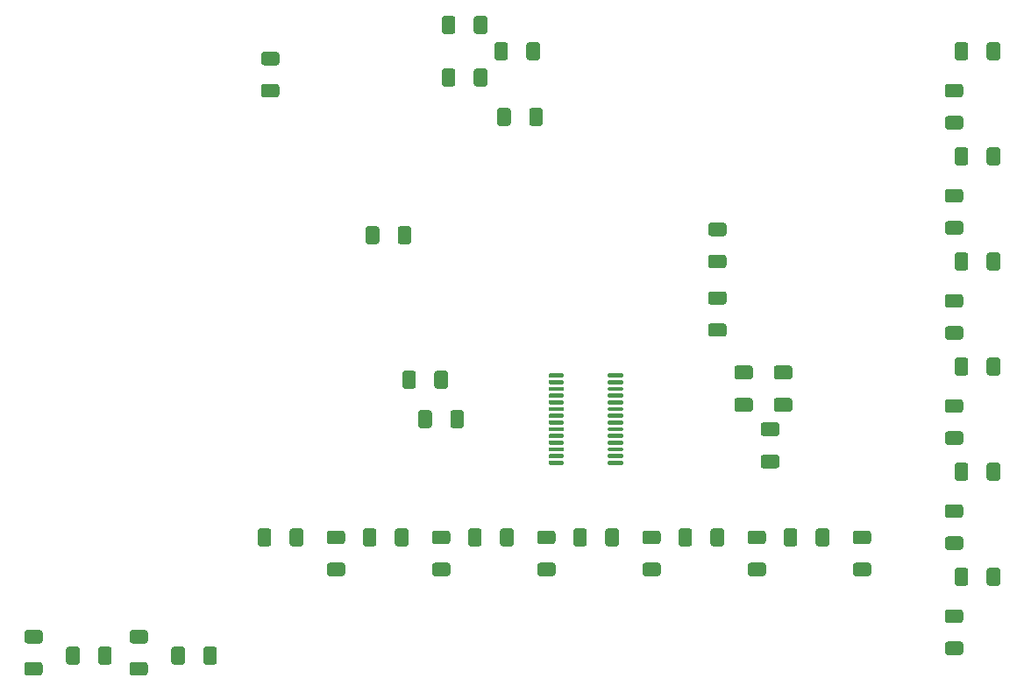
<source format=gtp>
G04 #@! TF.GenerationSoftware,KiCad,Pcbnew,(5.1.10)-1*
G04 #@! TF.CreationDate,2021-12-15T20:43:13+01:00*
G04 #@! TF.ProjectId,main_board,6d61696e-5f62-46f6-9172-642e6b696361,rev?*
G04 #@! TF.SameCoordinates,Original*
G04 #@! TF.FileFunction,Paste,Top*
G04 #@! TF.FilePolarity,Positive*
%FSLAX46Y46*%
G04 Gerber Fmt 4.6, Leading zero omitted, Abs format (unit mm)*
G04 Created by KiCad (PCBNEW (5.1.10)-1) date 2021-12-15 20:43:13*
%MOMM*%
%LPD*%
G01*
G04 APERTURE LIST*
G04 APERTURE END LIST*
G36*
G01*
X131455000Y-52970000D02*
X132705000Y-52970000D01*
G75*
G02*
X132955000Y-53220000I0J-250000D01*
G01*
X132955000Y-54020000D01*
G75*
G02*
X132705000Y-54270000I-250000J0D01*
G01*
X131455000Y-54270000D01*
G75*
G02*
X131205000Y-54020000I0J250000D01*
G01*
X131205000Y-53220000D01*
G75*
G02*
X131455000Y-52970000I250000J0D01*
G01*
G37*
G36*
G01*
X131455000Y-49870000D02*
X132705000Y-49870000D01*
G75*
G02*
X132955000Y-50120000I0J-250000D01*
G01*
X132955000Y-50920000D01*
G75*
G02*
X132705000Y-51170000I-250000J0D01*
G01*
X131455000Y-51170000D01*
G75*
G02*
X131205000Y-50920000I0J250000D01*
G01*
X131205000Y-50120000D01*
G75*
G02*
X131455000Y-49870000I250000J0D01*
G01*
G37*
G36*
G01*
X89525000Y-28030000D02*
X88275000Y-28030000D01*
G75*
G02*
X88025000Y-27780000I0J250000D01*
G01*
X88025000Y-26980000D01*
G75*
G02*
X88275000Y-26730000I250000J0D01*
G01*
X89525000Y-26730000D01*
G75*
G02*
X89775000Y-26980000I0J-250000D01*
G01*
X89775000Y-27780000D01*
G75*
G02*
X89525000Y-28030000I-250000J0D01*
G01*
G37*
G36*
G01*
X89525000Y-31130000D02*
X88275000Y-31130000D01*
G75*
G02*
X88025000Y-30880000I0J250000D01*
G01*
X88025000Y-30080000D01*
G75*
G02*
X88275000Y-29830000I250000J0D01*
G01*
X89525000Y-29830000D01*
G75*
G02*
X89775000Y-30080000I0J-250000D01*
G01*
X89775000Y-30880000D01*
G75*
G02*
X89525000Y-31130000I-250000J0D01*
G01*
G37*
G36*
G01*
X135270001Y-58382500D02*
X133969999Y-58382500D01*
G75*
G02*
X133720000Y-58132501I0J249999D01*
G01*
X133720000Y-57307499D01*
G75*
G02*
X133969999Y-57057500I249999J0D01*
G01*
X135270001Y-57057500D01*
G75*
G02*
X135520000Y-57307499I0J-249999D01*
G01*
X135520000Y-58132501D01*
G75*
G02*
X135270001Y-58382500I-249999J0D01*
G01*
G37*
G36*
G01*
X135270001Y-61507500D02*
X133969999Y-61507500D01*
G75*
G02*
X133720000Y-61257501I0J249999D01*
G01*
X133720000Y-60432499D01*
G75*
G02*
X133969999Y-60182500I249999J0D01*
G01*
X135270001Y-60182500D01*
G75*
G02*
X135520000Y-60432499I0J-249999D01*
G01*
X135520000Y-61257501D01*
G75*
G02*
X135270001Y-61507500I-249999J0D01*
G01*
G37*
G36*
G01*
X139080001Y-58382500D02*
X137779999Y-58382500D01*
G75*
G02*
X137530000Y-58132501I0J249999D01*
G01*
X137530000Y-57307499D01*
G75*
G02*
X137779999Y-57057500I249999J0D01*
G01*
X139080001Y-57057500D01*
G75*
G02*
X139330000Y-57307499I0J-249999D01*
G01*
X139330000Y-58132501D01*
G75*
G02*
X139080001Y-58382500I-249999J0D01*
G01*
G37*
G36*
G01*
X139080001Y-61507500D02*
X137779999Y-61507500D01*
G75*
G02*
X137530000Y-61257501I0J249999D01*
G01*
X137530000Y-60432499D01*
G75*
G02*
X137779999Y-60182500I249999J0D01*
G01*
X139080001Y-60182500D01*
G75*
G02*
X139330000Y-60432499I0J-249999D01*
G01*
X139330000Y-61257501D01*
G75*
G02*
X139080001Y-61507500I-249999J0D01*
G01*
G37*
G36*
G01*
X137810001Y-63870000D02*
X136509999Y-63870000D01*
G75*
G02*
X136260000Y-63620001I0J249999D01*
G01*
X136260000Y-62794999D01*
G75*
G02*
X136509999Y-62545000I249999J0D01*
G01*
X137810001Y-62545000D01*
G75*
G02*
X138060000Y-62794999I0J-249999D01*
G01*
X138060000Y-63620001D01*
G75*
G02*
X137810001Y-63870000I-249999J0D01*
G01*
G37*
G36*
G01*
X137810001Y-66995000D02*
X136509999Y-66995000D01*
G75*
G02*
X136260000Y-66745001I0J249999D01*
G01*
X136260000Y-65919999D01*
G75*
G02*
X136509999Y-65670000I249999J0D01*
G01*
X137810001Y-65670000D01*
G75*
G02*
X138060000Y-65919999I0J-249999D01*
G01*
X138060000Y-66745001D01*
G75*
G02*
X137810001Y-66995000I-249999J0D01*
G01*
G37*
G36*
G01*
X117255000Y-66355000D02*
X117255000Y-66555000D01*
G75*
G02*
X117155000Y-66655000I-100000J0D01*
G01*
X115880000Y-66655000D01*
G75*
G02*
X115780000Y-66555000I0J100000D01*
G01*
X115780000Y-66355000D01*
G75*
G02*
X115880000Y-66255000I100000J0D01*
G01*
X117155000Y-66255000D01*
G75*
G02*
X117255000Y-66355000I0J-100000D01*
G01*
G37*
G36*
G01*
X117255000Y-65705000D02*
X117255000Y-65905000D01*
G75*
G02*
X117155000Y-66005000I-100000J0D01*
G01*
X115880000Y-66005000D01*
G75*
G02*
X115780000Y-65905000I0J100000D01*
G01*
X115780000Y-65705000D01*
G75*
G02*
X115880000Y-65605000I100000J0D01*
G01*
X117155000Y-65605000D01*
G75*
G02*
X117255000Y-65705000I0J-100000D01*
G01*
G37*
G36*
G01*
X117255000Y-65055000D02*
X117255000Y-65255000D01*
G75*
G02*
X117155000Y-65355000I-100000J0D01*
G01*
X115880000Y-65355000D01*
G75*
G02*
X115780000Y-65255000I0J100000D01*
G01*
X115780000Y-65055000D01*
G75*
G02*
X115880000Y-64955000I100000J0D01*
G01*
X117155000Y-64955000D01*
G75*
G02*
X117255000Y-65055000I0J-100000D01*
G01*
G37*
G36*
G01*
X117255000Y-64405000D02*
X117255000Y-64605000D01*
G75*
G02*
X117155000Y-64705000I-100000J0D01*
G01*
X115880000Y-64705000D01*
G75*
G02*
X115780000Y-64605000I0J100000D01*
G01*
X115780000Y-64405000D01*
G75*
G02*
X115880000Y-64305000I100000J0D01*
G01*
X117155000Y-64305000D01*
G75*
G02*
X117255000Y-64405000I0J-100000D01*
G01*
G37*
G36*
G01*
X117255000Y-63755000D02*
X117255000Y-63955000D01*
G75*
G02*
X117155000Y-64055000I-100000J0D01*
G01*
X115880000Y-64055000D01*
G75*
G02*
X115780000Y-63955000I0J100000D01*
G01*
X115780000Y-63755000D01*
G75*
G02*
X115880000Y-63655000I100000J0D01*
G01*
X117155000Y-63655000D01*
G75*
G02*
X117255000Y-63755000I0J-100000D01*
G01*
G37*
G36*
G01*
X117255000Y-63105000D02*
X117255000Y-63305000D01*
G75*
G02*
X117155000Y-63405000I-100000J0D01*
G01*
X115880000Y-63405000D01*
G75*
G02*
X115780000Y-63305000I0J100000D01*
G01*
X115780000Y-63105000D01*
G75*
G02*
X115880000Y-63005000I100000J0D01*
G01*
X117155000Y-63005000D01*
G75*
G02*
X117255000Y-63105000I0J-100000D01*
G01*
G37*
G36*
G01*
X117255000Y-62455000D02*
X117255000Y-62655000D01*
G75*
G02*
X117155000Y-62755000I-100000J0D01*
G01*
X115880000Y-62755000D01*
G75*
G02*
X115780000Y-62655000I0J100000D01*
G01*
X115780000Y-62455000D01*
G75*
G02*
X115880000Y-62355000I100000J0D01*
G01*
X117155000Y-62355000D01*
G75*
G02*
X117255000Y-62455000I0J-100000D01*
G01*
G37*
G36*
G01*
X117255000Y-61805000D02*
X117255000Y-62005000D01*
G75*
G02*
X117155000Y-62105000I-100000J0D01*
G01*
X115880000Y-62105000D01*
G75*
G02*
X115780000Y-62005000I0J100000D01*
G01*
X115780000Y-61805000D01*
G75*
G02*
X115880000Y-61705000I100000J0D01*
G01*
X117155000Y-61705000D01*
G75*
G02*
X117255000Y-61805000I0J-100000D01*
G01*
G37*
G36*
G01*
X117255000Y-61155000D02*
X117255000Y-61355000D01*
G75*
G02*
X117155000Y-61455000I-100000J0D01*
G01*
X115880000Y-61455000D01*
G75*
G02*
X115780000Y-61355000I0J100000D01*
G01*
X115780000Y-61155000D01*
G75*
G02*
X115880000Y-61055000I100000J0D01*
G01*
X117155000Y-61055000D01*
G75*
G02*
X117255000Y-61155000I0J-100000D01*
G01*
G37*
G36*
G01*
X117255000Y-60505000D02*
X117255000Y-60705000D01*
G75*
G02*
X117155000Y-60805000I-100000J0D01*
G01*
X115880000Y-60805000D01*
G75*
G02*
X115780000Y-60705000I0J100000D01*
G01*
X115780000Y-60505000D01*
G75*
G02*
X115880000Y-60405000I100000J0D01*
G01*
X117155000Y-60405000D01*
G75*
G02*
X117255000Y-60505000I0J-100000D01*
G01*
G37*
G36*
G01*
X117255000Y-59855000D02*
X117255000Y-60055000D01*
G75*
G02*
X117155000Y-60155000I-100000J0D01*
G01*
X115880000Y-60155000D01*
G75*
G02*
X115780000Y-60055000I0J100000D01*
G01*
X115780000Y-59855000D01*
G75*
G02*
X115880000Y-59755000I100000J0D01*
G01*
X117155000Y-59755000D01*
G75*
G02*
X117255000Y-59855000I0J-100000D01*
G01*
G37*
G36*
G01*
X117255000Y-59205000D02*
X117255000Y-59405000D01*
G75*
G02*
X117155000Y-59505000I-100000J0D01*
G01*
X115880000Y-59505000D01*
G75*
G02*
X115780000Y-59405000I0J100000D01*
G01*
X115780000Y-59205000D01*
G75*
G02*
X115880000Y-59105000I100000J0D01*
G01*
X117155000Y-59105000D01*
G75*
G02*
X117255000Y-59205000I0J-100000D01*
G01*
G37*
G36*
G01*
X117255000Y-58555000D02*
X117255000Y-58755000D01*
G75*
G02*
X117155000Y-58855000I-100000J0D01*
G01*
X115880000Y-58855000D01*
G75*
G02*
X115780000Y-58755000I0J100000D01*
G01*
X115780000Y-58555000D01*
G75*
G02*
X115880000Y-58455000I100000J0D01*
G01*
X117155000Y-58455000D01*
G75*
G02*
X117255000Y-58555000I0J-100000D01*
G01*
G37*
G36*
G01*
X117255000Y-57905000D02*
X117255000Y-58105000D01*
G75*
G02*
X117155000Y-58205000I-100000J0D01*
G01*
X115880000Y-58205000D01*
G75*
G02*
X115780000Y-58105000I0J100000D01*
G01*
X115780000Y-57905000D01*
G75*
G02*
X115880000Y-57805000I100000J0D01*
G01*
X117155000Y-57805000D01*
G75*
G02*
X117255000Y-57905000I0J-100000D01*
G01*
G37*
G36*
G01*
X122980000Y-57905000D02*
X122980000Y-58105000D01*
G75*
G02*
X122880000Y-58205000I-100000J0D01*
G01*
X121605000Y-58205000D01*
G75*
G02*
X121505000Y-58105000I0J100000D01*
G01*
X121505000Y-57905000D01*
G75*
G02*
X121605000Y-57805000I100000J0D01*
G01*
X122880000Y-57805000D01*
G75*
G02*
X122980000Y-57905000I0J-100000D01*
G01*
G37*
G36*
G01*
X122980000Y-58555000D02*
X122980000Y-58755000D01*
G75*
G02*
X122880000Y-58855000I-100000J0D01*
G01*
X121605000Y-58855000D01*
G75*
G02*
X121505000Y-58755000I0J100000D01*
G01*
X121505000Y-58555000D01*
G75*
G02*
X121605000Y-58455000I100000J0D01*
G01*
X122880000Y-58455000D01*
G75*
G02*
X122980000Y-58555000I0J-100000D01*
G01*
G37*
G36*
G01*
X122980000Y-59205000D02*
X122980000Y-59405000D01*
G75*
G02*
X122880000Y-59505000I-100000J0D01*
G01*
X121605000Y-59505000D01*
G75*
G02*
X121505000Y-59405000I0J100000D01*
G01*
X121505000Y-59205000D01*
G75*
G02*
X121605000Y-59105000I100000J0D01*
G01*
X122880000Y-59105000D01*
G75*
G02*
X122980000Y-59205000I0J-100000D01*
G01*
G37*
G36*
G01*
X122980000Y-59855000D02*
X122980000Y-60055000D01*
G75*
G02*
X122880000Y-60155000I-100000J0D01*
G01*
X121605000Y-60155000D01*
G75*
G02*
X121505000Y-60055000I0J100000D01*
G01*
X121505000Y-59855000D01*
G75*
G02*
X121605000Y-59755000I100000J0D01*
G01*
X122880000Y-59755000D01*
G75*
G02*
X122980000Y-59855000I0J-100000D01*
G01*
G37*
G36*
G01*
X122980000Y-60505000D02*
X122980000Y-60705000D01*
G75*
G02*
X122880000Y-60805000I-100000J0D01*
G01*
X121605000Y-60805000D01*
G75*
G02*
X121505000Y-60705000I0J100000D01*
G01*
X121505000Y-60505000D01*
G75*
G02*
X121605000Y-60405000I100000J0D01*
G01*
X122880000Y-60405000D01*
G75*
G02*
X122980000Y-60505000I0J-100000D01*
G01*
G37*
G36*
G01*
X122980000Y-61155000D02*
X122980000Y-61355000D01*
G75*
G02*
X122880000Y-61455000I-100000J0D01*
G01*
X121605000Y-61455000D01*
G75*
G02*
X121505000Y-61355000I0J100000D01*
G01*
X121505000Y-61155000D01*
G75*
G02*
X121605000Y-61055000I100000J0D01*
G01*
X122880000Y-61055000D01*
G75*
G02*
X122980000Y-61155000I0J-100000D01*
G01*
G37*
G36*
G01*
X122980000Y-61805000D02*
X122980000Y-62005000D01*
G75*
G02*
X122880000Y-62105000I-100000J0D01*
G01*
X121605000Y-62105000D01*
G75*
G02*
X121505000Y-62005000I0J100000D01*
G01*
X121505000Y-61805000D01*
G75*
G02*
X121605000Y-61705000I100000J0D01*
G01*
X122880000Y-61705000D01*
G75*
G02*
X122980000Y-61805000I0J-100000D01*
G01*
G37*
G36*
G01*
X122980000Y-62455000D02*
X122980000Y-62655000D01*
G75*
G02*
X122880000Y-62755000I-100000J0D01*
G01*
X121605000Y-62755000D01*
G75*
G02*
X121505000Y-62655000I0J100000D01*
G01*
X121505000Y-62455000D01*
G75*
G02*
X121605000Y-62355000I100000J0D01*
G01*
X122880000Y-62355000D01*
G75*
G02*
X122980000Y-62455000I0J-100000D01*
G01*
G37*
G36*
G01*
X122980000Y-63105000D02*
X122980000Y-63305000D01*
G75*
G02*
X122880000Y-63405000I-100000J0D01*
G01*
X121605000Y-63405000D01*
G75*
G02*
X121505000Y-63305000I0J100000D01*
G01*
X121505000Y-63105000D01*
G75*
G02*
X121605000Y-63005000I100000J0D01*
G01*
X122880000Y-63005000D01*
G75*
G02*
X122980000Y-63105000I0J-100000D01*
G01*
G37*
G36*
G01*
X122980000Y-63755000D02*
X122980000Y-63955000D01*
G75*
G02*
X122880000Y-64055000I-100000J0D01*
G01*
X121605000Y-64055000D01*
G75*
G02*
X121505000Y-63955000I0J100000D01*
G01*
X121505000Y-63755000D01*
G75*
G02*
X121605000Y-63655000I100000J0D01*
G01*
X122880000Y-63655000D01*
G75*
G02*
X122980000Y-63755000I0J-100000D01*
G01*
G37*
G36*
G01*
X122980000Y-64405000D02*
X122980000Y-64605000D01*
G75*
G02*
X122880000Y-64705000I-100000J0D01*
G01*
X121605000Y-64705000D01*
G75*
G02*
X121505000Y-64605000I0J100000D01*
G01*
X121505000Y-64405000D01*
G75*
G02*
X121605000Y-64305000I100000J0D01*
G01*
X122880000Y-64305000D01*
G75*
G02*
X122980000Y-64405000I0J-100000D01*
G01*
G37*
G36*
G01*
X122980000Y-65055000D02*
X122980000Y-65255000D01*
G75*
G02*
X122880000Y-65355000I-100000J0D01*
G01*
X121605000Y-65355000D01*
G75*
G02*
X121505000Y-65255000I0J100000D01*
G01*
X121505000Y-65055000D01*
G75*
G02*
X121605000Y-64955000I100000J0D01*
G01*
X122880000Y-64955000D01*
G75*
G02*
X122980000Y-65055000I0J-100000D01*
G01*
G37*
G36*
G01*
X122980000Y-65705000D02*
X122980000Y-65905000D01*
G75*
G02*
X122880000Y-66005000I-100000J0D01*
G01*
X121605000Y-66005000D01*
G75*
G02*
X121505000Y-65905000I0J100000D01*
G01*
X121505000Y-65705000D01*
G75*
G02*
X121605000Y-65605000I100000J0D01*
G01*
X122880000Y-65605000D01*
G75*
G02*
X122980000Y-65705000I0J-100000D01*
G01*
G37*
G36*
G01*
X122980000Y-66355000D02*
X122980000Y-66555000D01*
G75*
G02*
X122880000Y-66655000I-100000J0D01*
G01*
X121605000Y-66655000D01*
G75*
G02*
X121505000Y-66555000I0J100000D01*
G01*
X121505000Y-66355000D01*
G75*
G02*
X121605000Y-66255000I100000J0D01*
G01*
X122880000Y-66255000D01*
G75*
G02*
X122980000Y-66355000I0J-100000D01*
G01*
G37*
G36*
G01*
X108570000Y-29835000D02*
X108570000Y-28585000D01*
G75*
G02*
X108820000Y-28335000I250000J0D01*
G01*
X109620000Y-28335000D01*
G75*
G02*
X109870000Y-28585000I0J-250000D01*
G01*
X109870000Y-29835000D01*
G75*
G02*
X109620000Y-30085000I-250000J0D01*
G01*
X108820000Y-30085000D01*
G75*
G02*
X108570000Y-29835000I0J250000D01*
G01*
G37*
G36*
G01*
X105470000Y-29835000D02*
X105470000Y-28585000D01*
G75*
G02*
X105720000Y-28335000I250000J0D01*
G01*
X106520000Y-28335000D01*
G75*
G02*
X106770000Y-28585000I0J-250000D01*
G01*
X106770000Y-29835000D01*
G75*
G02*
X106520000Y-30085000I-250000J0D01*
G01*
X105720000Y-30085000D01*
G75*
G02*
X105470000Y-29835000I0J250000D01*
G01*
G37*
G36*
G01*
X132705000Y-44540000D02*
X131455000Y-44540000D01*
G75*
G02*
X131205000Y-44290000I0J250000D01*
G01*
X131205000Y-43490000D01*
G75*
G02*
X131455000Y-43240000I250000J0D01*
G01*
X132705000Y-43240000D01*
G75*
G02*
X132955000Y-43490000I0J-250000D01*
G01*
X132955000Y-44290000D01*
G75*
G02*
X132705000Y-44540000I-250000J0D01*
G01*
G37*
G36*
G01*
X132705000Y-47640000D02*
X131455000Y-47640000D01*
G75*
G02*
X131205000Y-47390000I0J250000D01*
G01*
X131205000Y-46590000D01*
G75*
G02*
X131455000Y-46340000I250000J0D01*
G01*
X132705000Y-46340000D01*
G75*
G02*
X132955000Y-46590000I0J-250000D01*
G01*
X132955000Y-47390000D01*
G75*
G02*
X132705000Y-47640000I-250000J0D01*
G01*
G37*
G36*
G01*
X106770000Y-23505000D02*
X106770000Y-24755000D01*
G75*
G02*
X106520000Y-25005000I-250000J0D01*
G01*
X105720000Y-25005000D01*
G75*
G02*
X105470000Y-24755000I0J250000D01*
G01*
X105470000Y-23505000D01*
G75*
G02*
X105720000Y-23255000I250000J0D01*
G01*
X106520000Y-23255000D01*
G75*
G02*
X106770000Y-23505000I0J-250000D01*
G01*
G37*
G36*
G01*
X109870000Y-23505000D02*
X109870000Y-24755000D01*
G75*
G02*
X109620000Y-25005000I-250000J0D01*
G01*
X108820000Y-25005000D01*
G75*
G02*
X108570000Y-24755000I0J250000D01*
G01*
X108570000Y-23505000D01*
G75*
G02*
X108820000Y-23255000I250000J0D01*
G01*
X109620000Y-23255000D01*
G75*
G02*
X109870000Y-23505000I0J-250000D01*
G01*
G37*
G36*
G01*
X112130000Y-32395000D02*
X112130000Y-33645000D01*
G75*
G02*
X111880000Y-33895000I-250000J0D01*
G01*
X111080000Y-33895000D01*
G75*
G02*
X110830000Y-33645000I0J250000D01*
G01*
X110830000Y-32395000D01*
G75*
G02*
X111080000Y-32145000I250000J0D01*
G01*
X111880000Y-32145000D01*
G75*
G02*
X112130000Y-32395000I0J-250000D01*
G01*
G37*
G36*
G01*
X115230000Y-32395000D02*
X115230000Y-33645000D01*
G75*
G02*
X114980000Y-33895000I-250000J0D01*
G01*
X114180000Y-33895000D01*
G75*
G02*
X113930000Y-33645000I0J250000D01*
G01*
X113930000Y-32395000D01*
G75*
G02*
X114180000Y-32145000I250000J0D01*
G01*
X114980000Y-32145000D01*
G75*
G02*
X115230000Y-32395000I0J-250000D01*
G01*
G37*
G36*
G01*
X113650000Y-27295000D02*
X113650000Y-26045000D01*
G75*
G02*
X113900000Y-25795000I250000J0D01*
G01*
X114700000Y-25795000D01*
G75*
G02*
X114950000Y-26045000I0J-250000D01*
G01*
X114950000Y-27295000D01*
G75*
G02*
X114700000Y-27545000I-250000J0D01*
G01*
X113900000Y-27545000D01*
G75*
G02*
X113650000Y-27295000I0J250000D01*
G01*
G37*
G36*
G01*
X110550000Y-27295000D02*
X110550000Y-26045000D01*
G75*
G02*
X110800000Y-25795000I250000J0D01*
G01*
X111600000Y-25795000D01*
G75*
G02*
X111850000Y-26045000I0J-250000D01*
G01*
X111850000Y-27295000D01*
G75*
G02*
X111600000Y-27545000I-250000J0D01*
G01*
X110800000Y-27545000D01*
G75*
G02*
X110550000Y-27295000I0J250000D01*
G01*
G37*
G36*
G01*
X99430000Y-43825000D02*
X99430000Y-45075000D01*
G75*
G02*
X99180000Y-45325000I-250000J0D01*
G01*
X98380000Y-45325000D01*
G75*
G02*
X98130000Y-45075000I0J250000D01*
G01*
X98130000Y-43825000D01*
G75*
G02*
X98380000Y-43575000I250000J0D01*
G01*
X99180000Y-43575000D01*
G75*
G02*
X99430000Y-43825000I0J-250000D01*
G01*
G37*
G36*
G01*
X102530000Y-43825000D02*
X102530000Y-45075000D01*
G75*
G02*
X102280000Y-45325000I-250000J0D01*
G01*
X101480000Y-45325000D01*
G75*
G02*
X101230000Y-45075000I0J250000D01*
G01*
X101230000Y-43825000D01*
G75*
G02*
X101480000Y-43575000I250000J0D01*
G01*
X102280000Y-43575000D01*
G75*
G02*
X102530000Y-43825000I0J-250000D01*
G01*
G37*
G36*
G01*
X80660000Y-84465000D02*
X80660000Y-85715000D01*
G75*
G02*
X80410000Y-85965000I-250000J0D01*
G01*
X79610000Y-85965000D01*
G75*
G02*
X79360000Y-85715000I0J250000D01*
G01*
X79360000Y-84465000D01*
G75*
G02*
X79610000Y-84215000I250000J0D01*
G01*
X80410000Y-84215000D01*
G75*
G02*
X80660000Y-84465000I0J-250000D01*
G01*
G37*
G36*
G01*
X83760000Y-84465000D02*
X83760000Y-85715000D01*
G75*
G02*
X83510000Y-85965000I-250000J0D01*
G01*
X82710000Y-85965000D01*
G75*
G02*
X82460000Y-85715000I0J250000D01*
G01*
X82460000Y-84465000D01*
G75*
G02*
X82710000Y-84215000I250000J0D01*
G01*
X83510000Y-84215000D01*
G75*
G02*
X83760000Y-84465000I0J-250000D01*
G01*
G37*
G36*
G01*
X70500000Y-84465000D02*
X70500000Y-85715000D01*
G75*
G02*
X70250000Y-85965000I-250000J0D01*
G01*
X69450000Y-85965000D01*
G75*
G02*
X69200000Y-85715000I0J250000D01*
G01*
X69200000Y-84465000D01*
G75*
G02*
X69450000Y-84215000I250000J0D01*
G01*
X70250000Y-84215000D01*
G75*
G02*
X70500000Y-84465000I0J-250000D01*
G01*
G37*
G36*
G01*
X73600000Y-84465000D02*
X73600000Y-85715000D01*
G75*
G02*
X73350000Y-85965000I-250000J0D01*
G01*
X72550000Y-85965000D01*
G75*
G02*
X72300000Y-85715000I0J250000D01*
G01*
X72300000Y-84465000D01*
G75*
G02*
X72550000Y-84215000I250000J0D01*
G01*
X73350000Y-84215000D01*
G75*
G02*
X73600000Y-84465000I0J-250000D01*
G01*
G37*
G36*
G01*
X106310000Y-62855000D02*
X106310000Y-61605000D01*
G75*
G02*
X106560000Y-61355000I250000J0D01*
G01*
X107360000Y-61355000D01*
G75*
G02*
X107610000Y-61605000I0J-250000D01*
G01*
X107610000Y-62855000D01*
G75*
G02*
X107360000Y-63105000I-250000J0D01*
G01*
X106560000Y-63105000D01*
G75*
G02*
X106310000Y-62855000I0J250000D01*
G01*
G37*
G36*
G01*
X103210000Y-62855000D02*
X103210000Y-61605000D01*
G75*
G02*
X103460000Y-61355000I250000J0D01*
G01*
X104260000Y-61355000D01*
G75*
G02*
X104510000Y-61605000I0J-250000D01*
G01*
X104510000Y-62855000D01*
G75*
G02*
X104260000Y-63105000I-250000J0D01*
G01*
X103460000Y-63105000D01*
G75*
G02*
X103210000Y-62855000I0J250000D01*
G01*
G37*
G36*
G01*
X104760000Y-59045000D02*
X104760000Y-57795000D01*
G75*
G02*
X105010000Y-57545000I250000J0D01*
G01*
X105810000Y-57545000D01*
G75*
G02*
X106060000Y-57795000I0J-250000D01*
G01*
X106060000Y-59045000D01*
G75*
G02*
X105810000Y-59295000I-250000J0D01*
G01*
X105010000Y-59295000D01*
G75*
G02*
X104760000Y-59045000I0J250000D01*
G01*
G37*
G36*
G01*
X101660000Y-59045000D02*
X101660000Y-57795000D01*
G75*
G02*
X101910000Y-57545000I250000J0D01*
G01*
X102710000Y-57545000D01*
G75*
G02*
X102960000Y-57795000I0J-250000D01*
G01*
X102960000Y-59045000D01*
G75*
G02*
X102710000Y-59295000I-250000J0D01*
G01*
X101910000Y-59295000D01*
G75*
G02*
X101660000Y-59045000I0J250000D01*
G01*
G37*
G36*
G01*
X75575000Y-85710000D02*
X76825000Y-85710000D01*
G75*
G02*
X77075000Y-85960000I0J-250000D01*
G01*
X77075000Y-86760000D01*
G75*
G02*
X76825000Y-87010000I-250000J0D01*
G01*
X75575000Y-87010000D01*
G75*
G02*
X75325000Y-86760000I0J250000D01*
G01*
X75325000Y-85960000D01*
G75*
G02*
X75575000Y-85710000I250000J0D01*
G01*
G37*
G36*
G01*
X75575000Y-82610000D02*
X76825000Y-82610000D01*
G75*
G02*
X77075000Y-82860000I0J-250000D01*
G01*
X77075000Y-83660000D01*
G75*
G02*
X76825000Y-83910000I-250000J0D01*
G01*
X75575000Y-83910000D01*
G75*
G02*
X75325000Y-83660000I0J250000D01*
G01*
X75325000Y-82860000D01*
G75*
G02*
X75575000Y-82610000I250000J0D01*
G01*
G37*
G36*
G01*
X65415000Y-85710000D02*
X66665000Y-85710000D01*
G75*
G02*
X66915000Y-85960000I0J-250000D01*
G01*
X66915000Y-86760000D01*
G75*
G02*
X66665000Y-87010000I-250000J0D01*
G01*
X65415000Y-87010000D01*
G75*
G02*
X65165000Y-86760000I0J250000D01*
G01*
X65165000Y-85960000D01*
G75*
G02*
X65415000Y-85710000I250000J0D01*
G01*
G37*
G36*
G01*
X65415000Y-82610000D02*
X66665000Y-82610000D01*
G75*
G02*
X66915000Y-82860000I0J-250000D01*
G01*
X66915000Y-83660000D01*
G75*
G02*
X66665000Y-83910000I-250000J0D01*
G01*
X65415000Y-83910000D01*
G75*
G02*
X65165000Y-83660000I0J250000D01*
G01*
X65165000Y-82860000D01*
G75*
G02*
X65415000Y-82610000I250000J0D01*
G01*
G37*
G36*
G01*
X141590000Y-74285000D02*
X141590000Y-73035000D01*
G75*
G02*
X141840000Y-72785000I250000J0D01*
G01*
X142640000Y-72785000D01*
G75*
G02*
X142890000Y-73035000I0J-250000D01*
G01*
X142890000Y-74285000D01*
G75*
G02*
X142640000Y-74535000I-250000J0D01*
G01*
X141840000Y-74535000D01*
G75*
G02*
X141590000Y-74285000I0J250000D01*
G01*
G37*
G36*
G01*
X138490000Y-74285000D02*
X138490000Y-73035000D01*
G75*
G02*
X138740000Y-72785000I250000J0D01*
G01*
X139540000Y-72785000D01*
G75*
G02*
X139790000Y-73035000I0J-250000D01*
G01*
X139790000Y-74285000D01*
G75*
G02*
X139540000Y-74535000I-250000J0D01*
G01*
X138740000Y-74535000D01*
G75*
G02*
X138490000Y-74285000I0J250000D01*
G01*
G37*
G36*
G01*
X146675000Y-74310000D02*
X145425000Y-74310000D01*
G75*
G02*
X145175000Y-74060000I0J250000D01*
G01*
X145175000Y-73260000D01*
G75*
G02*
X145425000Y-73010000I250000J0D01*
G01*
X146675000Y-73010000D01*
G75*
G02*
X146925000Y-73260000I0J-250000D01*
G01*
X146925000Y-74060000D01*
G75*
G02*
X146675000Y-74310000I-250000J0D01*
G01*
G37*
G36*
G01*
X146675000Y-77410000D02*
X145425000Y-77410000D01*
G75*
G02*
X145175000Y-77160000I0J250000D01*
G01*
X145175000Y-76360000D01*
G75*
G02*
X145425000Y-76110000I250000J0D01*
G01*
X146675000Y-76110000D01*
G75*
G02*
X146925000Y-76360000I0J-250000D01*
G01*
X146925000Y-77160000D01*
G75*
G02*
X146675000Y-77410000I-250000J0D01*
G01*
G37*
G36*
G01*
X131430000Y-74285000D02*
X131430000Y-73035000D01*
G75*
G02*
X131680000Y-72785000I250000J0D01*
G01*
X132480000Y-72785000D01*
G75*
G02*
X132730000Y-73035000I0J-250000D01*
G01*
X132730000Y-74285000D01*
G75*
G02*
X132480000Y-74535000I-250000J0D01*
G01*
X131680000Y-74535000D01*
G75*
G02*
X131430000Y-74285000I0J250000D01*
G01*
G37*
G36*
G01*
X128330000Y-74285000D02*
X128330000Y-73035000D01*
G75*
G02*
X128580000Y-72785000I250000J0D01*
G01*
X129380000Y-72785000D01*
G75*
G02*
X129630000Y-73035000I0J-250000D01*
G01*
X129630000Y-74285000D01*
G75*
G02*
X129380000Y-74535000I-250000J0D01*
G01*
X128580000Y-74535000D01*
G75*
G02*
X128330000Y-74285000I0J250000D01*
G01*
G37*
G36*
G01*
X136515000Y-74310000D02*
X135265000Y-74310000D01*
G75*
G02*
X135015000Y-74060000I0J250000D01*
G01*
X135015000Y-73260000D01*
G75*
G02*
X135265000Y-73010000I250000J0D01*
G01*
X136515000Y-73010000D01*
G75*
G02*
X136765000Y-73260000I0J-250000D01*
G01*
X136765000Y-74060000D01*
G75*
G02*
X136515000Y-74310000I-250000J0D01*
G01*
G37*
G36*
G01*
X136515000Y-77410000D02*
X135265000Y-77410000D01*
G75*
G02*
X135015000Y-77160000I0J250000D01*
G01*
X135015000Y-76360000D01*
G75*
G02*
X135265000Y-76110000I250000J0D01*
G01*
X136515000Y-76110000D01*
G75*
G02*
X136765000Y-76360000I0J-250000D01*
G01*
X136765000Y-77160000D01*
G75*
G02*
X136515000Y-77410000I-250000J0D01*
G01*
G37*
G36*
G01*
X121270000Y-74285000D02*
X121270000Y-73035000D01*
G75*
G02*
X121520000Y-72785000I250000J0D01*
G01*
X122320000Y-72785000D01*
G75*
G02*
X122570000Y-73035000I0J-250000D01*
G01*
X122570000Y-74285000D01*
G75*
G02*
X122320000Y-74535000I-250000J0D01*
G01*
X121520000Y-74535000D01*
G75*
G02*
X121270000Y-74285000I0J250000D01*
G01*
G37*
G36*
G01*
X118170000Y-74285000D02*
X118170000Y-73035000D01*
G75*
G02*
X118420000Y-72785000I250000J0D01*
G01*
X119220000Y-72785000D01*
G75*
G02*
X119470000Y-73035000I0J-250000D01*
G01*
X119470000Y-74285000D01*
G75*
G02*
X119220000Y-74535000I-250000J0D01*
G01*
X118420000Y-74535000D01*
G75*
G02*
X118170000Y-74285000I0J250000D01*
G01*
G37*
G36*
G01*
X126355000Y-74310000D02*
X125105000Y-74310000D01*
G75*
G02*
X124855000Y-74060000I0J250000D01*
G01*
X124855000Y-73260000D01*
G75*
G02*
X125105000Y-73010000I250000J0D01*
G01*
X126355000Y-73010000D01*
G75*
G02*
X126605000Y-73260000I0J-250000D01*
G01*
X126605000Y-74060000D01*
G75*
G02*
X126355000Y-74310000I-250000J0D01*
G01*
G37*
G36*
G01*
X126355000Y-77410000D02*
X125105000Y-77410000D01*
G75*
G02*
X124855000Y-77160000I0J250000D01*
G01*
X124855000Y-76360000D01*
G75*
G02*
X125105000Y-76110000I250000J0D01*
G01*
X126355000Y-76110000D01*
G75*
G02*
X126605000Y-76360000I0J-250000D01*
G01*
X126605000Y-77160000D01*
G75*
G02*
X126355000Y-77410000I-250000J0D01*
G01*
G37*
G36*
G01*
X111110000Y-74285000D02*
X111110000Y-73035000D01*
G75*
G02*
X111360000Y-72785000I250000J0D01*
G01*
X112160000Y-72785000D01*
G75*
G02*
X112410000Y-73035000I0J-250000D01*
G01*
X112410000Y-74285000D01*
G75*
G02*
X112160000Y-74535000I-250000J0D01*
G01*
X111360000Y-74535000D01*
G75*
G02*
X111110000Y-74285000I0J250000D01*
G01*
G37*
G36*
G01*
X108010000Y-74285000D02*
X108010000Y-73035000D01*
G75*
G02*
X108260000Y-72785000I250000J0D01*
G01*
X109060000Y-72785000D01*
G75*
G02*
X109310000Y-73035000I0J-250000D01*
G01*
X109310000Y-74285000D01*
G75*
G02*
X109060000Y-74535000I-250000J0D01*
G01*
X108260000Y-74535000D01*
G75*
G02*
X108010000Y-74285000I0J250000D01*
G01*
G37*
G36*
G01*
X116195000Y-74310000D02*
X114945000Y-74310000D01*
G75*
G02*
X114695000Y-74060000I0J250000D01*
G01*
X114695000Y-73260000D01*
G75*
G02*
X114945000Y-73010000I250000J0D01*
G01*
X116195000Y-73010000D01*
G75*
G02*
X116445000Y-73260000I0J-250000D01*
G01*
X116445000Y-74060000D01*
G75*
G02*
X116195000Y-74310000I-250000J0D01*
G01*
G37*
G36*
G01*
X116195000Y-77410000D02*
X114945000Y-77410000D01*
G75*
G02*
X114695000Y-77160000I0J250000D01*
G01*
X114695000Y-76360000D01*
G75*
G02*
X114945000Y-76110000I250000J0D01*
G01*
X116195000Y-76110000D01*
G75*
G02*
X116445000Y-76360000I0J-250000D01*
G01*
X116445000Y-77160000D01*
G75*
G02*
X116195000Y-77410000I-250000J0D01*
G01*
G37*
G36*
G01*
X100950000Y-74285000D02*
X100950000Y-73035000D01*
G75*
G02*
X101200000Y-72785000I250000J0D01*
G01*
X102000000Y-72785000D01*
G75*
G02*
X102250000Y-73035000I0J-250000D01*
G01*
X102250000Y-74285000D01*
G75*
G02*
X102000000Y-74535000I-250000J0D01*
G01*
X101200000Y-74535000D01*
G75*
G02*
X100950000Y-74285000I0J250000D01*
G01*
G37*
G36*
G01*
X97850000Y-74285000D02*
X97850000Y-73035000D01*
G75*
G02*
X98100000Y-72785000I250000J0D01*
G01*
X98900000Y-72785000D01*
G75*
G02*
X99150000Y-73035000I0J-250000D01*
G01*
X99150000Y-74285000D01*
G75*
G02*
X98900000Y-74535000I-250000J0D01*
G01*
X98100000Y-74535000D01*
G75*
G02*
X97850000Y-74285000I0J250000D01*
G01*
G37*
G36*
G01*
X106035000Y-74310000D02*
X104785000Y-74310000D01*
G75*
G02*
X104535000Y-74060000I0J250000D01*
G01*
X104535000Y-73260000D01*
G75*
G02*
X104785000Y-73010000I250000J0D01*
G01*
X106035000Y-73010000D01*
G75*
G02*
X106285000Y-73260000I0J-250000D01*
G01*
X106285000Y-74060000D01*
G75*
G02*
X106035000Y-74310000I-250000J0D01*
G01*
G37*
G36*
G01*
X106035000Y-77410000D02*
X104785000Y-77410000D01*
G75*
G02*
X104535000Y-77160000I0J250000D01*
G01*
X104535000Y-76360000D01*
G75*
G02*
X104785000Y-76110000I250000J0D01*
G01*
X106035000Y-76110000D01*
G75*
G02*
X106285000Y-76360000I0J-250000D01*
G01*
X106285000Y-77160000D01*
G75*
G02*
X106035000Y-77410000I-250000J0D01*
G01*
G37*
G36*
G01*
X90790000Y-74285000D02*
X90790000Y-73035000D01*
G75*
G02*
X91040000Y-72785000I250000J0D01*
G01*
X91840000Y-72785000D01*
G75*
G02*
X92090000Y-73035000I0J-250000D01*
G01*
X92090000Y-74285000D01*
G75*
G02*
X91840000Y-74535000I-250000J0D01*
G01*
X91040000Y-74535000D01*
G75*
G02*
X90790000Y-74285000I0J250000D01*
G01*
G37*
G36*
G01*
X87690000Y-74285000D02*
X87690000Y-73035000D01*
G75*
G02*
X87940000Y-72785000I250000J0D01*
G01*
X88740000Y-72785000D01*
G75*
G02*
X88990000Y-73035000I0J-250000D01*
G01*
X88990000Y-74285000D01*
G75*
G02*
X88740000Y-74535000I-250000J0D01*
G01*
X87940000Y-74535000D01*
G75*
G02*
X87690000Y-74285000I0J250000D01*
G01*
G37*
G36*
G01*
X95875000Y-74310000D02*
X94625000Y-74310000D01*
G75*
G02*
X94375000Y-74060000I0J250000D01*
G01*
X94375000Y-73260000D01*
G75*
G02*
X94625000Y-73010000I250000J0D01*
G01*
X95875000Y-73010000D01*
G75*
G02*
X96125000Y-73260000I0J-250000D01*
G01*
X96125000Y-74060000D01*
G75*
G02*
X95875000Y-74310000I-250000J0D01*
G01*
G37*
G36*
G01*
X95875000Y-77410000D02*
X94625000Y-77410000D01*
G75*
G02*
X94375000Y-77160000I0J250000D01*
G01*
X94375000Y-76360000D01*
G75*
G02*
X94625000Y-76110000I250000J0D01*
G01*
X95875000Y-76110000D01*
G75*
G02*
X96125000Y-76360000I0J-250000D01*
G01*
X96125000Y-77160000D01*
G75*
G02*
X95875000Y-77410000I-250000J0D01*
G01*
G37*
G36*
G01*
X155565000Y-31130000D02*
X154315000Y-31130000D01*
G75*
G02*
X154065000Y-30880000I0J250000D01*
G01*
X154065000Y-30080000D01*
G75*
G02*
X154315000Y-29830000I250000J0D01*
G01*
X155565000Y-29830000D01*
G75*
G02*
X155815000Y-30080000I0J-250000D01*
G01*
X155815000Y-30880000D01*
G75*
G02*
X155565000Y-31130000I-250000J0D01*
G01*
G37*
G36*
G01*
X155565000Y-34230000D02*
X154315000Y-34230000D01*
G75*
G02*
X154065000Y-33980000I0J250000D01*
G01*
X154065000Y-33180000D01*
G75*
G02*
X154315000Y-32930000I250000J0D01*
G01*
X155565000Y-32930000D01*
G75*
G02*
X155815000Y-33180000I0J-250000D01*
G01*
X155815000Y-33980000D01*
G75*
G02*
X155565000Y-34230000I-250000J0D01*
G01*
G37*
G36*
G01*
X156300000Y-26045000D02*
X156300000Y-27295000D01*
G75*
G02*
X156050000Y-27545000I-250000J0D01*
G01*
X155250000Y-27545000D01*
G75*
G02*
X155000000Y-27295000I0J250000D01*
G01*
X155000000Y-26045000D01*
G75*
G02*
X155250000Y-25795000I250000J0D01*
G01*
X156050000Y-25795000D01*
G75*
G02*
X156300000Y-26045000I0J-250000D01*
G01*
G37*
G36*
G01*
X159400000Y-26045000D02*
X159400000Y-27295000D01*
G75*
G02*
X159150000Y-27545000I-250000J0D01*
G01*
X158350000Y-27545000D01*
G75*
G02*
X158100000Y-27295000I0J250000D01*
G01*
X158100000Y-26045000D01*
G75*
G02*
X158350000Y-25795000I250000J0D01*
G01*
X159150000Y-25795000D01*
G75*
G02*
X159400000Y-26045000I0J-250000D01*
G01*
G37*
G36*
G01*
X155565000Y-41290000D02*
X154315000Y-41290000D01*
G75*
G02*
X154065000Y-41040000I0J250000D01*
G01*
X154065000Y-40240000D01*
G75*
G02*
X154315000Y-39990000I250000J0D01*
G01*
X155565000Y-39990000D01*
G75*
G02*
X155815000Y-40240000I0J-250000D01*
G01*
X155815000Y-41040000D01*
G75*
G02*
X155565000Y-41290000I-250000J0D01*
G01*
G37*
G36*
G01*
X155565000Y-44390000D02*
X154315000Y-44390000D01*
G75*
G02*
X154065000Y-44140000I0J250000D01*
G01*
X154065000Y-43340000D01*
G75*
G02*
X154315000Y-43090000I250000J0D01*
G01*
X155565000Y-43090000D01*
G75*
G02*
X155815000Y-43340000I0J-250000D01*
G01*
X155815000Y-44140000D01*
G75*
G02*
X155565000Y-44390000I-250000J0D01*
G01*
G37*
G36*
G01*
X156300000Y-36205000D02*
X156300000Y-37455000D01*
G75*
G02*
X156050000Y-37705000I-250000J0D01*
G01*
X155250000Y-37705000D01*
G75*
G02*
X155000000Y-37455000I0J250000D01*
G01*
X155000000Y-36205000D01*
G75*
G02*
X155250000Y-35955000I250000J0D01*
G01*
X156050000Y-35955000D01*
G75*
G02*
X156300000Y-36205000I0J-250000D01*
G01*
G37*
G36*
G01*
X159400000Y-36205000D02*
X159400000Y-37455000D01*
G75*
G02*
X159150000Y-37705000I-250000J0D01*
G01*
X158350000Y-37705000D01*
G75*
G02*
X158100000Y-37455000I0J250000D01*
G01*
X158100000Y-36205000D01*
G75*
G02*
X158350000Y-35955000I250000J0D01*
G01*
X159150000Y-35955000D01*
G75*
G02*
X159400000Y-36205000I0J-250000D01*
G01*
G37*
G36*
G01*
X155565000Y-51450000D02*
X154315000Y-51450000D01*
G75*
G02*
X154065000Y-51200000I0J250000D01*
G01*
X154065000Y-50400000D01*
G75*
G02*
X154315000Y-50150000I250000J0D01*
G01*
X155565000Y-50150000D01*
G75*
G02*
X155815000Y-50400000I0J-250000D01*
G01*
X155815000Y-51200000D01*
G75*
G02*
X155565000Y-51450000I-250000J0D01*
G01*
G37*
G36*
G01*
X155565000Y-54550000D02*
X154315000Y-54550000D01*
G75*
G02*
X154065000Y-54300000I0J250000D01*
G01*
X154065000Y-53500000D01*
G75*
G02*
X154315000Y-53250000I250000J0D01*
G01*
X155565000Y-53250000D01*
G75*
G02*
X155815000Y-53500000I0J-250000D01*
G01*
X155815000Y-54300000D01*
G75*
G02*
X155565000Y-54550000I-250000J0D01*
G01*
G37*
G36*
G01*
X156300000Y-46365000D02*
X156300000Y-47615000D01*
G75*
G02*
X156050000Y-47865000I-250000J0D01*
G01*
X155250000Y-47865000D01*
G75*
G02*
X155000000Y-47615000I0J250000D01*
G01*
X155000000Y-46365000D01*
G75*
G02*
X155250000Y-46115000I250000J0D01*
G01*
X156050000Y-46115000D01*
G75*
G02*
X156300000Y-46365000I0J-250000D01*
G01*
G37*
G36*
G01*
X159400000Y-46365000D02*
X159400000Y-47615000D01*
G75*
G02*
X159150000Y-47865000I-250000J0D01*
G01*
X158350000Y-47865000D01*
G75*
G02*
X158100000Y-47615000I0J250000D01*
G01*
X158100000Y-46365000D01*
G75*
G02*
X158350000Y-46115000I250000J0D01*
G01*
X159150000Y-46115000D01*
G75*
G02*
X159400000Y-46365000I0J-250000D01*
G01*
G37*
G36*
G01*
X155565000Y-61610000D02*
X154315000Y-61610000D01*
G75*
G02*
X154065000Y-61360000I0J250000D01*
G01*
X154065000Y-60560000D01*
G75*
G02*
X154315000Y-60310000I250000J0D01*
G01*
X155565000Y-60310000D01*
G75*
G02*
X155815000Y-60560000I0J-250000D01*
G01*
X155815000Y-61360000D01*
G75*
G02*
X155565000Y-61610000I-250000J0D01*
G01*
G37*
G36*
G01*
X155565000Y-64710000D02*
X154315000Y-64710000D01*
G75*
G02*
X154065000Y-64460000I0J250000D01*
G01*
X154065000Y-63660000D01*
G75*
G02*
X154315000Y-63410000I250000J0D01*
G01*
X155565000Y-63410000D01*
G75*
G02*
X155815000Y-63660000I0J-250000D01*
G01*
X155815000Y-64460000D01*
G75*
G02*
X155565000Y-64710000I-250000J0D01*
G01*
G37*
G36*
G01*
X156300000Y-56525000D02*
X156300000Y-57775000D01*
G75*
G02*
X156050000Y-58025000I-250000J0D01*
G01*
X155250000Y-58025000D01*
G75*
G02*
X155000000Y-57775000I0J250000D01*
G01*
X155000000Y-56525000D01*
G75*
G02*
X155250000Y-56275000I250000J0D01*
G01*
X156050000Y-56275000D01*
G75*
G02*
X156300000Y-56525000I0J-250000D01*
G01*
G37*
G36*
G01*
X159400000Y-56525000D02*
X159400000Y-57775000D01*
G75*
G02*
X159150000Y-58025000I-250000J0D01*
G01*
X158350000Y-58025000D01*
G75*
G02*
X158100000Y-57775000I0J250000D01*
G01*
X158100000Y-56525000D01*
G75*
G02*
X158350000Y-56275000I250000J0D01*
G01*
X159150000Y-56275000D01*
G75*
G02*
X159400000Y-56525000I0J-250000D01*
G01*
G37*
G36*
G01*
X155565000Y-71770000D02*
X154315000Y-71770000D01*
G75*
G02*
X154065000Y-71520000I0J250000D01*
G01*
X154065000Y-70720000D01*
G75*
G02*
X154315000Y-70470000I250000J0D01*
G01*
X155565000Y-70470000D01*
G75*
G02*
X155815000Y-70720000I0J-250000D01*
G01*
X155815000Y-71520000D01*
G75*
G02*
X155565000Y-71770000I-250000J0D01*
G01*
G37*
G36*
G01*
X155565000Y-74870000D02*
X154315000Y-74870000D01*
G75*
G02*
X154065000Y-74620000I0J250000D01*
G01*
X154065000Y-73820000D01*
G75*
G02*
X154315000Y-73570000I250000J0D01*
G01*
X155565000Y-73570000D01*
G75*
G02*
X155815000Y-73820000I0J-250000D01*
G01*
X155815000Y-74620000D01*
G75*
G02*
X155565000Y-74870000I-250000J0D01*
G01*
G37*
G36*
G01*
X156300000Y-66685000D02*
X156300000Y-67935000D01*
G75*
G02*
X156050000Y-68185000I-250000J0D01*
G01*
X155250000Y-68185000D01*
G75*
G02*
X155000000Y-67935000I0J250000D01*
G01*
X155000000Y-66685000D01*
G75*
G02*
X155250000Y-66435000I250000J0D01*
G01*
X156050000Y-66435000D01*
G75*
G02*
X156300000Y-66685000I0J-250000D01*
G01*
G37*
G36*
G01*
X159400000Y-66685000D02*
X159400000Y-67935000D01*
G75*
G02*
X159150000Y-68185000I-250000J0D01*
G01*
X158350000Y-68185000D01*
G75*
G02*
X158100000Y-67935000I0J250000D01*
G01*
X158100000Y-66685000D01*
G75*
G02*
X158350000Y-66435000I250000J0D01*
G01*
X159150000Y-66435000D01*
G75*
G02*
X159400000Y-66685000I0J-250000D01*
G01*
G37*
G36*
G01*
X155565000Y-81930000D02*
X154315000Y-81930000D01*
G75*
G02*
X154065000Y-81680000I0J250000D01*
G01*
X154065000Y-80880000D01*
G75*
G02*
X154315000Y-80630000I250000J0D01*
G01*
X155565000Y-80630000D01*
G75*
G02*
X155815000Y-80880000I0J-250000D01*
G01*
X155815000Y-81680000D01*
G75*
G02*
X155565000Y-81930000I-250000J0D01*
G01*
G37*
G36*
G01*
X155565000Y-85030000D02*
X154315000Y-85030000D01*
G75*
G02*
X154065000Y-84780000I0J250000D01*
G01*
X154065000Y-83980000D01*
G75*
G02*
X154315000Y-83730000I250000J0D01*
G01*
X155565000Y-83730000D01*
G75*
G02*
X155815000Y-83980000I0J-250000D01*
G01*
X155815000Y-84780000D01*
G75*
G02*
X155565000Y-85030000I-250000J0D01*
G01*
G37*
G36*
G01*
X156300000Y-76845000D02*
X156300000Y-78095000D01*
G75*
G02*
X156050000Y-78345000I-250000J0D01*
G01*
X155250000Y-78345000D01*
G75*
G02*
X155000000Y-78095000I0J250000D01*
G01*
X155000000Y-76845000D01*
G75*
G02*
X155250000Y-76595000I250000J0D01*
G01*
X156050000Y-76595000D01*
G75*
G02*
X156300000Y-76845000I0J-250000D01*
G01*
G37*
G36*
G01*
X159400000Y-76845000D02*
X159400000Y-78095000D01*
G75*
G02*
X159150000Y-78345000I-250000J0D01*
G01*
X158350000Y-78345000D01*
G75*
G02*
X158100000Y-78095000I0J250000D01*
G01*
X158100000Y-76845000D01*
G75*
G02*
X158350000Y-76595000I250000J0D01*
G01*
X159150000Y-76595000D01*
G75*
G02*
X159400000Y-76845000I0J-250000D01*
G01*
G37*
M02*

</source>
